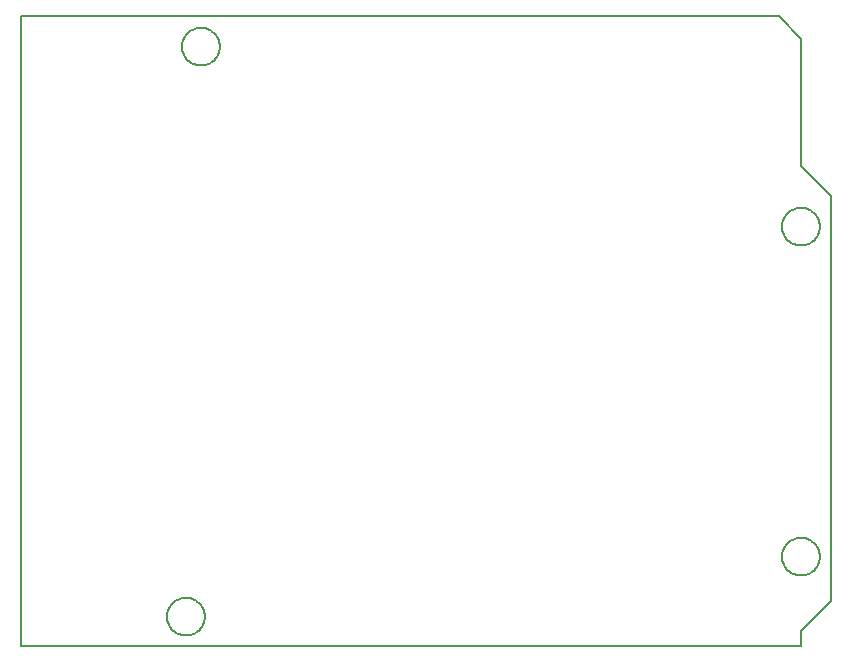
<source format=gm1>
%FSTAX23Y23*%
%MOIN*%
%SFA1B1*%

%IPPOS*%
%ADD19C,0.005000*%
%LNarduino-uno-shield-v2-1*%
%LPD*%
G54D19*
X00662Y02D02*
D01*
X00662Y02004*
X00662Y02008*
X00661Y02013*
X0066Y02017*
X00659Y02021*
X00657Y02025*
X00655Y02029*
X00653Y02033*
X0065Y02037*
X00648Y0204*
X00645Y02043*
X00642Y02046*
X00638Y02049*
X00635Y02052*
X00631Y02054*
X00627Y02056*
X00623Y02058*
X00619Y02059*
X00615Y02061*
X0061Y02062*
X00606Y02062*
X00602Y02062*
X00597*
X00593Y02062*
X00589Y02062*
X00584Y02061*
X0058Y02059*
X00576Y02058*
X00572Y02056*
X00568Y02054*
X00564Y02052*
X00561Y02049*
X00557Y02046*
X00554Y02043*
X00551Y0204*
X00549Y02037*
X00546Y02033*
X00544Y02029*
X00542Y02025*
X0054Y02021*
X00539Y02017*
X00538Y02013*
X00537Y02008*
X00537Y02004*
X00537Y02*
X00537Y01995*
X00537Y01991*
X00538Y01986*
X00539Y01982*
X0054Y01978*
X00542Y01974*
X00544Y0197*
X00546Y01966*
X00549Y01962*
X00551Y01959*
X00554Y01956*
X00557Y01953*
X00561Y0195*
X00564Y01947*
X00568Y01945*
X00572Y01943*
X00576Y01941*
X0058Y0194*
X00584Y01938*
X00589Y01937*
X00593Y01937*
X00597Y01937*
X00602*
X00606Y01937*
X0061Y01937*
X00615Y01938*
X00619Y0194*
X00623Y01941*
X00627Y01943*
X00631Y01945*
X00635Y01947*
X00638Y0195*
X00642Y01953*
X00645Y01956*
X00648Y01959*
X0065Y01962*
X00653Y01966*
X00655Y0197*
X00657Y01974*
X00659Y01978*
X0066Y01982*
X00661Y01986*
X00662Y01991*
X00662Y01995*
X00662Y02*
X02662Y003D02*
D01*
X02662Y00304*
X02662Y00308*
X02661Y00313*
X0266Y00317*
X02659Y00321*
X02657Y00325*
X02655Y00329*
X02653Y00333*
X0265Y00337*
X02648Y0034*
X02645Y00343*
X02642Y00346*
X02638Y00349*
X02635Y00352*
X02631Y00354*
X02627Y00356*
X02623Y00358*
X02619Y00359*
X02615Y00361*
X0261Y00362*
X02606Y00362*
X02602Y00362*
X02597*
X02593Y00362*
X02589Y00362*
X02584Y00361*
X0258Y00359*
X02576Y00358*
X02572Y00356*
X02568Y00354*
X02564Y00352*
X02561Y00349*
X02557Y00346*
X02554Y00343*
X02551Y0034*
X02549Y00337*
X02546Y00333*
X02544Y00329*
X02542Y00325*
X0254Y00321*
X02539Y00317*
X02538Y00313*
X02537Y00308*
X02537Y00304*
X02537Y003*
X02537Y00295*
X02537Y00291*
X02538Y00286*
X02539Y00282*
X0254Y00278*
X02542Y00274*
X02544Y0027*
X02546Y00266*
X02549Y00262*
X02551Y00259*
X02554Y00256*
X02557Y00253*
X02561Y0025*
X02564Y00247*
X02568Y00245*
X02572Y00243*
X02576Y00241*
X0258Y0024*
X02584Y00238*
X02589Y00237*
X02593Y00237*
X02597Y00237*
X02602*
X02606Y00237*
X0261Y00237*
X02615Y00238*
X02619Y0024*
X02623Y00241*
X02627Y00243*
X02631Y00245*
X02635Y00247*
X02638Y0025*
X02642Y00253*
X02645Y00256*
X02648Y00259*
X0265Y00262*
X02653Y00266*
X02655Y0027*
X02657Y00274*
X02659Y00278*
X0266Y00282*
X02661Y00286*
X02662Y00291*
X02662Y00295*
X02662Y003*
X00612Y001D02*
D01*
X00612Y00104*
X00612Y00108*
X00611Y00113*
X0061Y00117*
X00609Y00121*
X00607Y00125*
X00605Y00129*
X00603Y00133*
X006Y00137*
X00598Y0014*
X00595Y00143*
X00592Y00146*
X00588Y00149*
X00585Y00152*
X00581Y00154*
X00577Y00156*
X00573Y00158*
X00569Y00159*
X00565Y00161*
X0056Y00162*
X00556Y00162*
X00552Y00162*
X00547*
X00543Y00162*
X00539Y00162*
X00534Y00161*
X0053Y00159*
X00526Y00158*
X00522Y00156*
X00518Y00154*
X00514Y00152*
X00511Y00149*
X00507Y00146*
X00504Y00143*
X00501Y0014*
X00499Y00137*
X00496Y00133*
X00494Y00129*
X00492Y00125*
X0049Y00121*
X00489Y00117*
X00488Y00113*
X00487Y00108*
X00487Y00104*
X00487Y001*
X00487Y00095*
X00487Y00091*
X00488Y00086*
X00489Y00082*
X0049Y00078*
X00492Y00074*
X00494Y0007*
X00496Y00066*
X00499Y00062*
X00501Y00059*
X00504Y00056*
X00507Y00053*
X00511Y0005*
X00514Y00047*
X00518Y00045*
X00522Y00043*
X00526Y00041*
X0053Y0004*
X00534Y00038*
X00539Y00037*
X00543Y00037*
X00547Y00037*
X00552*
X00556Y00037*
X0056Y00037*
X00565Y00038*
X00569Y0004*
X00573Y00041*
X00577Y00043*
X00581Y00045*
X00585Y00047*
X00588Y0005*
X00592Y00053*
X00595Y00056*
X00598Y00059*
X006Y00062*
X00603Y00066*
X00605Y0007*
X00607Y00074*
X00609Y00078*
X0061Y00082*
X00611Y00086*
X00612Y00091*
X00612Y00095*
X00612Y001*
X02662Y014D02*
D01*
X02662Y01404*
X02662Y01408*
X02661Y01413*
X0266Y01417*
X02659Y01421*
X02657Y01425*
X02655Y01429*
X02653Y01433*
X0265Y01437*
X02648Y0144*
X02645Y01443*
X02642Y01446*
X02638Y01449*
X02635Y01452*
X02631Y01454*
X02627Y01456*
X02623Y01458*
X02619Y01459*
X02615Y01461*
X0261Y01462*
X02606Y01462*
X02602Y01462*
X02597*
X02593Y01462*
X02589Y01462*
X02584Y01461*
X0258Y01459*
X02576Y01458*
X02572Y01456*
X02568Y01454*
X02564Y01452*
X02561Y01449*
X02557Y01446*
X02554Y01443*
X02551Y0144*
X02549Y01437*
X02546Y01433*
X02544Y01429*
X02542Y01425*
X0254Y01421*
X02539Y01417*
X02538Y01413*
X02537Y01408*
X02537Y01404*
X02537Y014*
X02537Y01395*
X02537Y01391*
X02538Y01386*
X02539Y01382*
X0254Y01378*
X02542Y01374*
X02544Y0137*
X02546Y01366*
X02549Y01362*
X02551Y01359*
X02554Y01356*
X02557Y01353*
X02561Y0135*
X02564Y01347*
X02568Y01345*
X02572Y01343*
X02576Y01341*
X0258Y0134*
X02584Y01338*
X02589Y01337*
X02593Y01337*
X02597Y01337*
X02602*
X02606Y01337*
X0261Y01337*
X02615Y01338*
X02619Y0134*
X02623Y01341*
X02627Y01343*
X02631Y01345*
X02635Y01347*
X02638Y0135*
X02642Y01353*
X02645Y01356*
X02648Y01359*
X0265Y01362*
X02653Y01366*
X02655Y0137*
X02657Y01374*
X02659Y01378*
X0266Y01382*
X02661Y01386*
X02662Y01391*
X02662Y01395*
X02662Y014*
X026Y016D02*
Y02025D01*
X02525Y021D02*
X026Y02025D01*
Y0D02*
Y0005D01*
X027Y0015*
Y015*
X026Y016D02*
X027Y015D01*
X0Y0D02*
Y021D01*
Y0D02*
X026D01*
X0Y021D02*
X02525D01*
M02*
</source>
